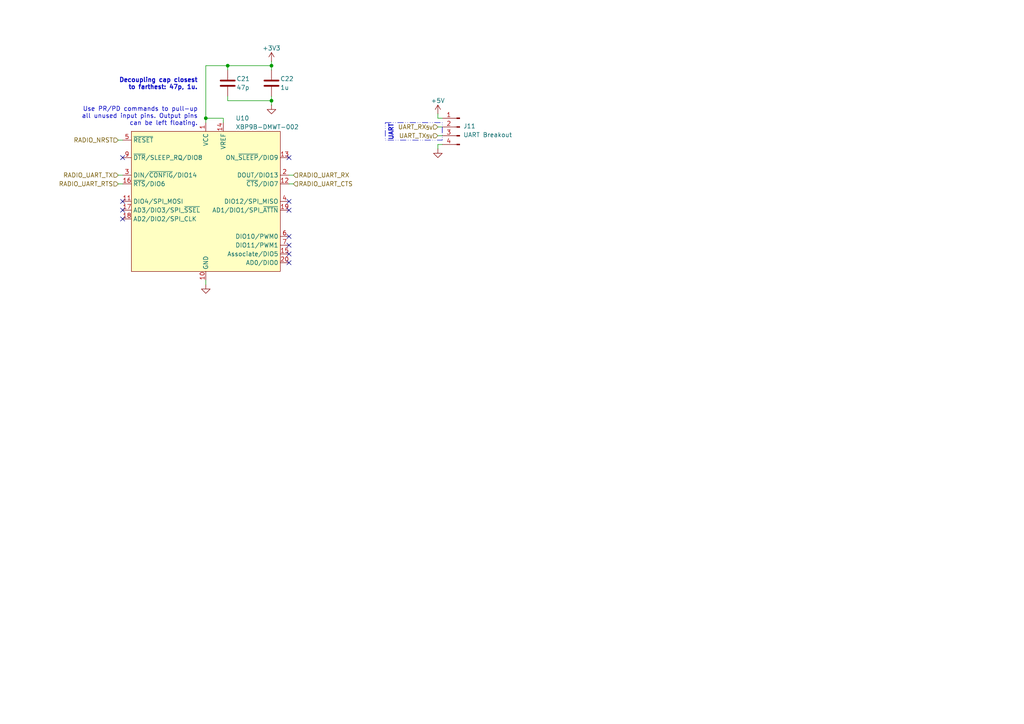
<source format=kicad_sch>
(kicad_sch (version 20231120) (generator "eeschema") (generator_version "8.0")
  (paper "A4")
  (title_block (title "Nerve PCB") (rev "0.1.0-alpha") (company "Daniel Jeon"))
  (lib_symbols
    (symbol "Connector:Conn_01x04_Pin" (pin_names (offset 1.016) hide)
      (property "Reference" "J" (at 0 5.08 0))
      (property "Value" "Conn_01x04_Pin" (at 0 -7.62 0))
      (symbol "Conn_01x04_Pin_1_1"
        (polyline (pts (xy 1.27 -5.08) (xy 0.8636 -5.08)) (stroke (width 0.1524)))
        (polyline (pts (xy 1.27 -2.54) (xy 0.8636 -2.54)) (stroke (width 0.1524)))
        (polyline (pts (xy 1.27 0) (xy 0.8636 0)) (stroke (width 0.1524)))
        (polyline (pts (xy 1.27 2.54) (xy 0.8636 2.54)) (stroke (width 0.1524)))
        (rectangle (start 0.8636 -4.953) (end 0 -5.207) (stroke (width 0.1524)) (fill (type outline)))
        (rectangle (start 0.8636 -2.413) (end 0 -2.667) (stroke (width 0.1524)) (fill (type outline)))
        (rectangle (start 0.8636 0.127) (end 0 -0.127) (stroke (width 0.1524)) (fill (type outline)))
        (rectangle (start 0.8636 2.667) (end 0 2.413) (stroke (width 0.1524)) (fill (type outline)))
        (pin passive line (at 5.08 2.54 180) (length 3.81) (name "Pin_1") (number "1"))
        (pin passive line (at 5.08 0 180) (length 3.81) (name "Pin_2") (number "2"))
        (pin passive line (at 5.08 -2.54 180) (length 3.81) (name "Pin_3") (number "3"))
        (pin passive line (at 5.08 -5.08 180) (length 3.81) (name "Pin_4") (number "4"))
      )
    )
    (symbol "Device:C" (pin_numbers hide) (pin_names (offset 0.254))
      (property "Reference" "C" (at 0.635 2.54 0))
      (property "Value" "C" (at 0.635 -2.54 0))
      (symbol "C_0_1"
        (polyline (pts (xy -2.032 -0.762) (xy 2.032 -0.762)) (stroke (width 0.508)))
        (polyline (pts (xy -2.032 0.762) (xy 2.032 0.762)) (stroke (width 0.508)))
      )
      (symbol "C_1_1"
        (pin passive line (at 0 3.81 270) (length 2.794) (name "~") (number "1"))
        (pin passive line (at 0 -3.81 90) (length 2.794) (name "~") (number "2"))
      )
    )
    (symbol "digi_xbee:xbee_pro_900hp"
      (property "Reference" "U" (at 20.32 21.59 0))
      (symbol "xbee_pro_900hp_0_0"
        (pin power_in line (at 0 22.86 270) (length 2.54) (name "VCC") (number "1"))
        (pin power_in line (at 0 -22.86 90) (length 2.54) (name "GND") (number "10"))
        (pin bidirectional line (at -24.13 0 0) (length 2.54) (name "DIO4/SPI_MOSI") (number "11"))
        (pin bidirectional line (at 24.13 5.08 180) (length 2.54) (name "~{CTS}/DIO7") (number "12"))
        (pin output line (at 24.13 12.7 180) (length 2.54) (name "ON_~{SLEEP}/DIO9") (number "13"))
        (pin input line (at 5.08 22.86 270) (length 2.54) (name "VREF") (number "14"))
        (pin bidirectional line (at 24.13 -15.24 180) (length 2.54) (name "Associate/DIO5") (number "15"))
        (pin bidirectional line (at -24.13 5.08 0) (length 2.54) (name "~{RTS}/DIO6") (number "16"))
        (pin bidirectional line (at -24.13 -2.54 0) (length 2.54) (name "AD3/DIO3/SPI_~{SSEL}") (number "17"))
        (pin bidirectional line (at -24.13 -5.08 0) (length 2.54) (name "AD2/DIO2/SPI_CLK") (number "18"))
        (pin bidirectional line (at 24.13 -2.54 180) (length 2.54) (name "AD1/DIO1/SPI_~{ATTN}") (number "19"))
        (pin bidirectional line (at 24.13 7.62 180) (length 2.54) (name "DOUT/DIO13") (number "2"))
        (pin bidirectional line (at 24.13 -17.78 180) (length 2.54) (name "AD0/DIO0") (number "20"))
        (pin bidirectional line (at -24.13 7.62 0) (length 2.54) (name "DIN/~{CONFIG}/DIO14") (number "3"))
        (pin bidirectional line (at 24.13 0 180) (length 2.54) (name "DIO12/SPI_MISO") (number "4"))
        (pin input line (at -24.13 17.78 0) (length 2.54) (name "~{RESET}") (number "5"))
        (pin bidirectional line (at 24.13 -10.16 180) (length 2.54) (name "DIO10/PWM0") (number "6"))
        (pin bidirectional line (at 24.13 -12.7 180) (length 2.54) (name "DIO11/PWM1") (number "7"))
        (pin bidirectional line (at -24.13 12.7 0) (length 2.54) (name "~{DTR}/SLEEP_RQ/DIO8") (number "9"))
      )
      (symbol "xbee_pro_900hp_1_0"
        (pin no_connect line (at -2.54 -22.86 90) (length 2.54) hide (name "Reserved") (number "8"))
      )
      (symbol "xbee_pro_900hp_1_1"
        (rectangle (start -21.59 20.32) (end 21.59 -20.32) (fill (type background)))
      )
    )
    (symbol "power:+3V3" (power) (pin_numbers hide) (pin_names (offset 0) hide)
      (property "Value" "+3V3" (at 0 3.556 0))
      (symbol "+3V3_0_1"
        (polyline (pts (xy -0.762 1.27) (xy 0 2.54)))
        (polyline (pts (xy 0 0) (xy 0 2.54)))
        (polyline (pts (xy 0 2.54) (xy 0.762 1.27)))
      )
      (symbol "+3V3_1_1"
        (pin power_in line (at 0 0 90) (length 0) (name "~") (number "1"))
      )
    )
    (symbol "power:+5V" (power) (pin_numbers hide) (pin_names (offset 0) hide)
      (property "Value" "+5V" (at 0 3.556 0))
      (symbol "+5V_0_1"
        (polyline (pts (xy -0.762 1.27) (xy 0 2.54)))
        (polyline (pts (xy 0 0) (xy 0 2.54)))
        (polyline (pts (xy 0 2.54) (xy 0.762 1.27)))
      )
      (symbol "+5V_1_1"
        (pin power_in line (at 0 0 90) (length 0) (name "~") (number "1"))
      )
    )
    (symbol "power:GND" (power) (pin_numbers hide) (pin_names (offset 0) hide)
      (property "Value" "GND" (at 0 -3.81 0))
      (symbol "GND_0_1"
        (polyline (pts (xy 0 0) (xy 0 -1.27) (xy 1.27 -1.27) (xy 0 -2.54) (xy -1.27 -1.27) (xy 0 -1.27)))
      )
      (symbol "GND_1_1"
        (pin power_in line (at 0 0 270) (length 0) (name "~") (number "1"))
      )
    )
  )
  (junction (at 66.04 19.05))
  (junction (at 78.74 29.21))
  (junction (at 59.69 34.29))
  (junction (at 78.74 19.05))
  (no_connect (at 83.82 76.2))
  (no_connect (at 83.82 68.58))
  (no_connect (at 35.56 45.72))
  (no_connect (at 35.56 60.96))
  (no_connect (at 83.82 71.12))
  (no_connect (at 83.82 73.66))
  (no_connect (at 83.82 58.42))
  (no_connect (at 35.56 63.5))
  (no_connect (at 83.82 45.72))
  (no_connect (at 35.56 58.42))
  (no_connect (at 83.82 60.96))
  (wire (pts (xy 59.69 81.28) (xy 59.69 82.55)))
  (wire (pts (xy 127 36.83) (xy 128.27 36.83)))
  (wire (pts (xy 78.74 17.78) (xy 78.74 19.05)))
  (wire (pts (xy 66.04 19.05) (xy 78.74 19.05)))
  (wire (pts (xy 66.04 29.21) (xy 78.74 29.21)))
  (wire (pts (xy 66.04 19.05) (xy 66.04 20.32)))
  (wire (pts (xy 127 41.91) (xy 127 43.18)))
  (wire (pts (xy 127 39.37) (xy 128.27 39.37)))
  (wire (pts (xy 128.27 41.91) (xy 127 41.91)))
  (wire (pts (xy 83.82 53.34) (xy 85.09 53.34)))
  (wire (pts (xy 34.29 50.8) (xy 35.56 50.8)))
  (wire (pts (xy 127 34.29) (xy 128.27 34.29)))
  (wire (pts (xy 34.29 40.64) (xy 35.56 40.64)))
  (wire (pts (xy 59.69 34.29) (xy 59.69 35.56)))
  (wire (pts (xy 78.74 29.21) (xy 78.74 30.48)))
  (wire (pts (xy 127 33.02) (xy 127 34.29)))
  (wire (pts (xy 78.74 27.94) (xy 78.74 29.21)))
  (wire (pts (xy 64.77 35.56) (xy 64.77 34.29)))
  (wire (pts (xy 34.29 53.34) (xy 35.56 53.34)))
  (wire (pts (xy 83.82 50.8) (xy 85.09 50.8)))
  (wire (pts (xy 66.04 27.94) (xy 66.04 29.21)))
  (wire (pts (xy 59.69 19.05) (xy 59.69 34.29)))
  (wire (pts (xy 78.74 19.05) (xy 78.74 20.32)))
  (wire (pts (xy 59.69 34.29) (xy 64.77 34.29)))
  (wire (pts (xy 59.69 19.05) (xy 66.04 19.05)))
  (text_box "UART" (at 111.76 35.56 90) (size 16.51 5.08) (stroke (width 0) (type dash_dot_dot)) (effects (font (size 1.27 1.27) (thickness 0.254) (bold yes)) (justify top)))
  (text "Decoupling cap closest\nto farthest: 47p, 1u." (at 57.404 24.384 0) (effects (font (size 1.27 1.27) (thickness 0.254) (bold yes)) (justify right)))
  (text "Use PR/PD commands to pull-up\nall unused input pins. Output pins\ncan be left floating." (at 57.404 33.782 0) (effects (font (size 1.27 1.27) (thickness 0.1588)) (justify right)))
  (hierarchical_label "UART_TX_{5V}" (shape input) (at 127 39.37 180))
  (hierarchical_label "UART_RX_{5V}" (shape input) (at 127 36.83 180))
  (hierarchical_label "RADIO_UART_CTS" (shape input) (at 85.09 53.34 0))
  (hierarchical_label "RADIO_NRST" (shape input) (at 34.29 40.64 180))
  (hierarchical_label "RADIO_UART_TX" (shape input) (at 34.29 50.8 180))
  (hierarchical_label "RADIO_UART_RTS" (shape input) (at 34.29 53.34 180))
  (hierarchical_label "RADIO_UART_RX" (shape input) (at 85.09 50.8 0))
  (symbol (lib_id "power:+5V") (at 127 33.02 0) (unit 1)
    (property "Reference" "#PWR083" (effects (hide yes)))
    (property "Value" "+5V" (at 127 29.21 0))
    (property "Description" "Power symbol creates a global label with name \"+5V\"" (effects (hide yes)))
  )
  (symbol (lib_id "Device:C") (at 66.04 24.13 0) (unit 1)
    (property "Reference" "C21" (at 68.58 22.86 0) (effects (justify left)))
    (property "Value" "47p" (at 68.58 25.4 0) (effects (justify left)))
    (property "Footprint" "Capacitor_SMD:C_0603_1608Metric" (effects (hide yes)))
    (property "Description" "Unpolarized capacitor" (effects (hide yes)))
  )
  (symbol (lib_id "power:GND") (at 78.74 30.48 0) (unit 1)
    (property "Reference" "#PWR082" (effects (hide yes)))
    (property "Value" "GND" (effects (hide yes)))
    (property "Description" "Power symbol creates a global label with name \"GND\" , ground" (effects (hide yes)))
  )
  (symbol (lib_id "power:GND") (at 127 43.18 0) (unit 1)
    (property "Reference" "#PWR084" (effects (hide yes)))
    (property "Value" "GND" (effects (hide yes)))
    (property "Description" "Power symbol creates a global label with name \"GND\" , ground" (effects (hide yes)))
  )
  (symbol (lib_id "power:GND") (at 59.69 82.55 0) (unit 1)
    (property "Reference" "#PWR085" (effects (hide yes)))
    (property "Value" "GND" (effects (hide yes)))
    (property "Description" "Power symbol creates a global label with name \"GND\" , ground" (effects (hide yes)))
  )
  (symbol (lib_id "Connector:Conn_01x04_Pin") (at 133.35 36.83 0) (mirror y) (unit 1)
    (property "Reference" "J11" (at 134.366 36.576 0) (effects (justify right)))
    (property "Value" "UART Breakout" (at 134.366 39.116 0) (effects (justify right)))
    (property "Footprint" "Connector_PinHeader_2.54mm:PinHeader_1x04_P2.54mm_Vertical" (effects (hide yes)))
    (property "Description" "Generic connector, single row, 01x04, script generated" (effects (hide yes)))
  )
  (symbol (lib_id "digi_xbee:xbee_pro_900hp") (at 59.69 58.42 0) (unit 1)
    (property "Reference" "U10" (at 68.326 34.29 0) (effects (justify left)))
    (property "Value" "XBP9B-DMWT-002" (at 68.326 36.83 0) (effects (justify left)))
    (property "Footprint" "digi_xbee:xbee_pro_900hp" (effects (hide yes)))
    (property "Datasheet" "https://www.digi.com/resources/library/data-sheets/ds_xbeepro900hp" (effects (hide yes)))
    (property "Description" "Long Range 900 MHz OEM RF Module" (effects (hide yes)))
    (property "Manufacturer" "Digi" (effects (hide yes)))
    (property "Manufacturer Part Number" "XBP9B-Dxxx-nnn" (effects (hide yes)))
    (property "Distributor" "DigiKey" (effects (hide yes)))
    (property "Distributor Part Number" "602-1301-ND" (effects (hide yes)))
    (property "Distributor Link" "https://www.digikey.ca/en/products/detail/digi/XBP9B-DMWT-002/3594159?s=N4IgTCBcDaIBoCEAKBOBBaAIgWQOoBV0AGIiAXQF8g" (effects (hide yes)))
  )
  (symbol (lib_id "power:+3V3") (at 78.74 17.78 0) (unit 1)
    (property "Reference" "#PWR081" (effects (hide yes)))
    (property "Value" "+3V3" (at 78.74 13.97 0))
    (property "Description" "Power symbol creates a global label with name \"+3V3\"" (effects (hide yes)))
  )
  (symbol (lib_id "Device:C") (at 78.74 24.13 0) (unit 1)
    (property "Reference" "C22" (at 81.28 22.86 0) (effects (justify left)))
    (property "Value" "1u" (at 81.28 25.4 0) (effects (justify left)))
    (property "Footprint" "Capacitor_SMD:C_0603_1608Metric" (effects (hide yes)))
    (property "Description" "Unpolarized capacitor" (effects (hide yes)))
  )
)
</source>
